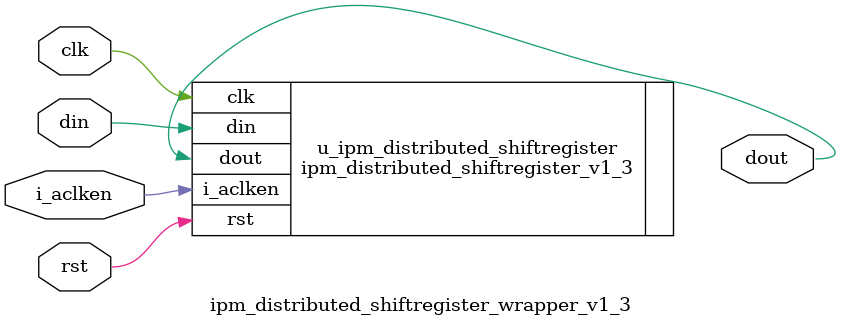
<source format=v>

`timescale 1 ns / 1 ps
module ipm_distributed_shiftregister_wrapper_v1_3 #(parameter FIXED_DEPTH = 1, DATA_WIDTH = 1)
     (
      din       ,
      clk       ,
      i_aclken  ,
      rst       ,
      dout
     );
    localparam OUT_REG = 0 ; //@IPC bool
    localparam VARIABLE_MAX_DEPTH = FIXED_DEPTH ; // @IPC int 1,1024
    localparam SHIFT_REG_TYPE = "fixed_latency" ; // @IPC enum fixed_latency,dynamic_latency
    localparam RST_TYPE = "ASYNC" ; // @IPC enum ASYNC,SYNC

    localparam  DEPTH   = (SHIFT_REG_TYPE=="fixed_latency"  ) ? FIXED_DEPTH :
                          (SHIFT_REG_TYPE=="dynamic_latency") ? VARIABLE_MAX_DEPTH : 0;

    localparam  ADDR_WIDTH = (DEPTH<=16)   ? 4 :
                             (DEPTH<=32)   ? 5 :
                             (DEPTH<=64)   ? 6 :
                             (DEPTH<=128)  ? 7 :
                             (DEPTH<=256)  ? 8 :
                             (DEPTH<=512)  ? 9 : 10 ;

     input  wire     [DATA_WIDTH-1:0]       din     ;
     input  wire                            clk     ;
     input  wire                            i_aclken;
     input  wire                            rst     ;
     output wire     [DATA_WIDTH-1:0]       dout    ;


ipm_distributed_shiftregister_v1_3
   #(
    .FIXED_DEPTH         (FIXED_DEPTH        )  ,
    .VARIABLE_MAX_DEPTH  (VARIABLE_MAX_DEPTH )  ,
    .DATA_WIDTH          (DATA_WIDTH         )  
    )u_ipm_distributed_shiftregister
    (
    .din                 (din                )  ,
    .clk                 (clk                )  ,
    .i_aclken            (i_aclken           )  ,
    .rst                 (rst                )  ,
    .dout                (dout               )
    );
endmodule
</source>
